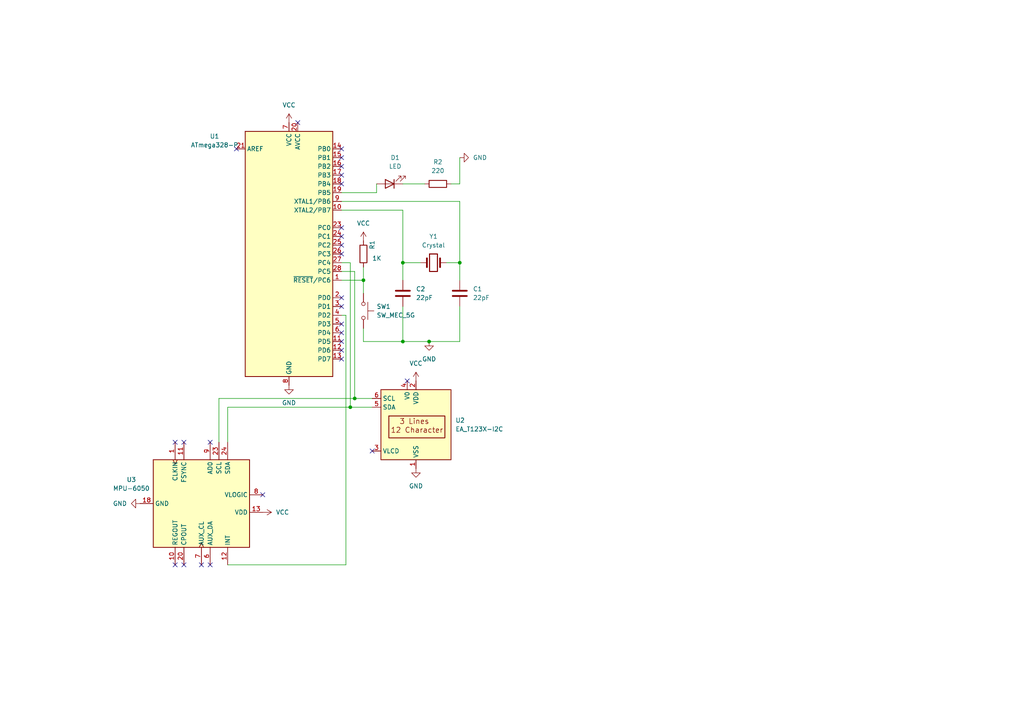
<source format=kicad_sch>
(kicad_sch (version 20230121) (generator eeschema)

  (uuid d301f646-0a2e-46b2-957f-fae121ac8b2e)

  (paper "A4")

  (lib_symbols
    (symbol "Device:C" (pin_numbers hide) (pin_names (offset 0.254)) (in_bom yes) (on_board yes)
      (property "Reference" "C" (at 0.635 2.54 0)
        (effects (font (size 1.27 1.27)) (justify left))
      )
      (property "Value" "C" (at 0.635 -2.54 0)
        (effects (font (size 1.27 1.27)) (justify left))
      )
      (property "Footprint" "" (at 0.9652 -3.81 0)
        (effects (font (size 1.27 1.27)) hide)
      )
      (property "Datasheet" "~" (at 0 0 0)
        (effects (font (size 1.27 1.27)) hide)
      )
      (property "ki_keywords" "cap capacitor" (at 0 0 0)
        (effects (font (size 1.27 1.27)) hide)
      )
      (property "ki_description" "Unpolarized capacitor" (at 0 0 0)
        (effects (font (size 1.27 1.27)) hide)
      )
      (property "ki_fp_filters" "C_*" (at 0 0 0)
        (effects (font (size 1.27 1.27)) hide)
      )
      (symbol "C_0_1"
        (polyline
          (pts
            (xy -2.032 -0.762)
            (xy 2.032 -0.762)
          )
          (stroke (width 0.508) (type default))
          (fill (type none))
        )
        (polyline
          (pts
            (xy -2.032 0.762)
            (xy 2.032 0.762)
          )
          (stroke (width 0.508) (type default))
          (fill (type none))
        )
      )
      (symbol "C_1_1"
        (pin passive line (at 0 3.81 270) (length 2.794)
          (name "~" (effects (font (size 1.27 1.27))))
          (number "1" (effects (font (size 1.27 1.27))))
        )
        (pin passive line (at 0 -3.81 90) (length 2.794)
          (name "~" (effects (font (size 1.27 1.27))))
          (number "2" (effects (font (size 1.27 1.27))))
        )
      )
    )
    (symbol "Device:Crystal" (pin_numbers hide) (pin_names (offset 1.016) hide) (in_bom yes) (on_board yes)
      (property "Reference" "Y" (at 0 3.81 0)
        (effects (font (size 1.27 1.27)))
      )
      (property "Value" "Crystal" (at 0 -3.81 0)
        (effects (font (size 1.27 1.27)))
      )
      (property "Footprint" "" (at 0 0 0)
        (effects (font (size 1.27 1.27)) hide)
      )
      (property "Datasheet" "~" (at 0 0 0)
        (effects (font (size 1.27 1.27)) hide)
      )
      (property "ki_keywords" "quartz ceramic resonator oscillator" (at 0 0 0)
        (effects (font (size 1.27 1.27)) hide)
      )
      (property "ki_description" "Two pin crystal" (at 0 0 0)
        (effects (font (size 1.27 1.27)) hide)
      )
      (property "ki_fp_filters" "Crystal*" (at 0 0 0)
        (effects (font (size 1.27 1.27)) hide)
      )
      (symbol "Crystal_0_1"
        (rectangle (start -1.143 2.54) (end 1.143 -2.54)
          (stroke (width 0.3048) (type default))
          (fill (type none))
        )
        (polyline
          (pts
            (xy -2.54 0)
            (xy -1.905 0)
          )
          (stroke (width 0) (type default))
          (fill (type none))
        )
        (polyline
          (pts
            (xy -1.905 -1.27)
            (xy -1.905 1.27)
          )
          (stroke (width 0.508) (type default))
          (fill (type none))
        )
        (polyline
          (pts
            (xy 1.905 -1.27)
            (xy 1.905 1.27)
          )
          (stroke (width 0.508) (type default))
          (fill (type none))
        )
        (polyline
          (pts
            (xy 2.54 0)
            (xy 1.905 0)
          )
          (stroke (width 0) (type default))
          (fill (type none))
        )
      )
      (symbol "Crystal_1_1"
        (pin passive line (at -3.81 0 0) (length 1.27)
          (name "1" (effects (font (size 1.27 1.27))))
          (number "1" (effects (font (size 1.27 1.27))))
        )
        (pin passive line (at 3.81 0 180) (length 1.27)
          (name "2" (effects (font (size 1.27 1.27))))
          (number "2" (effects (font (size 1.27 1.27))))
        )
      )
    )
    (symbol "Device:LED" (pin_numbers hide) (pin_names (offset 1.016) hide) (in_bom yes) (on_board yes)
      (property "Reference" "D" (at 0 2.54 0)
        (effects (font (size 1.27 1.27)))
      )
      (property "Value" "LED" (at 0 -2.54 0)
        (effects (font (size 1.27 1.27)))
      )
      (property "Footprint" "" (at 0 0 0)
        (effects (font (size 1.27 1.27)) hide)
      )
      (property "Datasheet" "~" (at 0 0 0)
        (effects (font (size 1.27 1.27)) hide)
      )
      (property "ki_keywords" "LED diode" (at 0 0 0)
        (effects (font (size 1.27 1.27)) hide)
      )
      (property "ki_description" "Light emitting diode" (at 0 0 0)
        (effects (font (size 1.27 1.27)) hide)
      )
      (property "ki_fp_filters" "LED* LED_SMD:* LED_THT:*" (at 0 0 0)
        (effects (font (size 1.27 1.27)) hide)
      )
      (symbol "LED_0_1"
        (polyline
          (pts
            (xy -1.27 -1.27)
            (xy -1.27 1.27)
          )
          (stroke (width 0.254) (type default))
          (fill (type none))
        )
        (polyline
          (pts
            (xy -1.27 0)
            (xy 1.27 0)
          )
          (stroke (width 0) (type default))
          (fill (type none))
        )
        (polyline
          (pts
            (xy 1.27 -1.27)
            (xy 1.27 1.27)
            (xy -1.27 0)
            (xy 1.27 -1.27)
          )
          (stroke (width 0.254) (type default))
          (fill (type none))
        )
        (polyline
          (pts
            (xy -3.048 -0.762)
            (xy -4.572 -2.286)
            (xy -3.81 -2.286)
            (xy -4.572 -2.286)
            (xy -4.572 -1.524)
          )
          (stroke (width 0) (type default))
          (fill (type none))
        )
        (polyline
          (pts
            (xy -1.778 -0.762)
            (xy -3.302 -2.286)
            (xy -2.54 -2.286)
            (xy -3.302 -2.286)
            (xy -3.302 -1.524)
          )
          (stroke (width 0) (type default))
          (fill (type none))
        )
      )
      (symbol "LED_1_1"
        (pin passive line (at -3.81 0 0) (length 2.54)
          (name "K" (effects (font (size 1.27 1.27))))
          (number "1" (effects (font (size 1.27 1.27))))
        )
        (pin passive line (at 3.81 0 180) (length 2.54)
          (name "A" (effects (font (size 1.27 1.27))))
          (number "2" (effects (font (size 1.27 1.27))))
        )
      )
    )
    (symbol "Device:R" (pin_numbers hide) (pin_names (offset 0)) (in_bom yes) (on_board yes)
      (property "Reference" "R" (at 2.032 0 90)
        (effects (font (size 1.27 1.27)))
      )
      (property "Value" "R" (at 0 0 90)
        (effects (font (size 1.27 1.27)))
      )
      (property "Footprint" "" (at -1.778 0 90)
        (effects (font (size 1.27 1.27)) hide)
      )
      (property "Datasheet" "~" (at 0 0 0)
        (effects (font (size 1.27 1.27)) hide)
      )
      (property "ki_keywords" "R res resistor" (at 0 0 0)
        (effects (font (size 1.27 1.27)) hide)
      )
      (property "ki_description" "Resistor" (at 0 0 0)
        (effects (font (size 1.27 1.27)) hide)
      )
      (property "ki_fp_filters" "R_*" (at 0 0 0)
        (effects (font (size 1.27 1.27)) hide)
      )
      (symbol "R_0_1"
        (rectangle (start -1.016 -2.54) (end 1.016 2.54)
          (stroke (width 0.254) (type default))
          (fill (type none))
        )
      )
      (symbol "R_1_1"
        (pin passive line (at 0 3.81 270) (length 1.27)
          (name "~" (effects (font (size 1.27 1.27))))
          (number "1" (effects (font (size 1.27 1.27))))
        )
        (pin passive line (at 0 -3.81 90) (length 1.27)
          (name "~" (effects (font (size 1.27 1.27))))
          (number "2" (effects (font (size 1.27 1.27))))
        )
      )
    )
    (symbol "Display_Character:EA_T123X-I2C" (in_bom yes) (on_board yes)
      (property "Reference" "U" (at -8.89 11.43 0)
        (effects (font (size 1.27 1.27)))
      )
      (property "Value" "EA_T123X-I2C" (at 3.556 11.684 0)
        (effects (font (size 1.27 1.27)) (justify left))
      )
      (property "Footprint" "Display:EA_T123X-I2C" (at 0 -15.24 0)
        (effects (font (size 1.27 1.27)) hide)
      )
      (property "Datasheet" "http://www.lcd-module.de/pdf/doma/t123-i2c.pdf" (at 0 -12.7 0)
        (effects (font (size 1.27 1.27)) hide)
      )
      (property "ki_keywords" "display LCD 7-segment" (at 0 0 0)
        (effects (font (size 1.27 1.27)) hide)
      )
      (property "ki_description" "3 Lines, 12 character alpha numeric LCD, transreflective STN and FSTN Gray, I2C, single or dual power" (at 0 0 0)
        (effects (font (size 1.27 1.27)) hide)
      )
      (property "ki_fp_filters" "EA?T123X?I2C*" (at 0 0 0)
        (effects (font (size 1.27 1.27)) hide)
      )
      (symbol "EA_T123X-I2C_0_0"
        (rectangle (start -7.874 2.54) (end 8.382 -3.81)
          (stroke (width 0.254) (type default))
          (fill (type none))
        )
        (text "12 Character" (at -7.366 -1.524 0)
          (effects (font (size 1.524 1.524)) (justify left))
        )
        (text "3 Lines" (at -4.826 1.016 0)
          (effects (font (size 1.524 1.524)) (justify left))
        )
      )
      (symbol "EA_T123X-I2C_0_1"
        (rectangle (start -10.16 10.16) (end 10.16 -10.16)
          (stroke (width 0.254) (type default))
          (fill (type background))
        )
      )
      (symbol "EA_T123X-I2C_1_1"
        (pin power_in line (at 0 -12.7 90) (length 2.54)
          (name "VSS" (effects (font (size 1.27 1.27))))
          (number "1" (effects (font (size 1.27 1.27))))
        )
        (pin power_in line (at 0 12.7 270) (length 2.54)
          (name "VDD" (effects (font (size 1.27 1.27))))
          (number "2" (effects (font (size 1.27 1.27))))
        )
        (pin input line (at -12.7 -7.62 0) (length 2.54)
          (name "VLCD" (effects (font (size 1.27 1.27))))
          (number "3" (effects (font (size 1.27 1.27))))
        )
        (pin power_in line (at -2.54 12.7 270) (length 2.54)
          (name "V0" (effects (font (size 1.27 1.27))))
          (number "4" (effects (font (size 1.27 1.27))))
        )
        (pin bidirectional line (at -12.7 5.08 0) (length 2.54)
          (name "SDA" (effects (font (size 1.27 1.27))))
          (number "5" (effects (font (size 1.27 1.27))))
        )
        (pin input line (at -12.7 7.62 0) (length 2.54)
          (name "SCL" (effects (font (size 1.27 1.27))))
          (number "6" (effects (font (size 1.27 1.27))))
        )
      )
    )
    (symbol "MCU_Microchip_ATmega:ATmega328-P" (in_bom yes) (on_board yes)
      (property "Reference" "U" (at -12.7 36.83 0)
        (effects (font (size 1.27 1.27)) (justify left bottom))
      )
      (property "Value" "ATmega328-P" (at 2.54 -36.83 0)
        (effects (font (size 1.27 1.27)) (justify left top))
      )
      (property "Footprint" "Package_DIP:DIP-28_W7.62mm" (at 0 0 0)
        (effects (font (size 1.27 1.27) italic) hide)
      )
      (property "Datasheet" "http://ww1.microchip.com/downloads/en/DeviceDoc/ATmega328_P%20AVR%20MCU%20with%20picoPower%20Technology%20Data%20Sheet%2040001984A.pdf" (at 0 0 0)
        (effects (font (size 1.27 1.27)) hide)
      )
      (property "ki_keywords" "AVR 8bit Microcontroller MegaAVR" (at 0 0 0)
        (effects (font (size 1.27 1.27)) hide)
      )
      (property "ki_description" "20MHz, 32kB Flash, 2kB SRAM, 1kB EEPROM, DIP-28" (at 0 0 0)
        (effects (font (size 1.27 1.27)) hide)
      )
      (property "ki_fp_filters" "DIP*W7.62mm*" (at 0 0 0)
        (effects (font (size 1.27 1.27)) hide)
      )
      (symbol "ATmega328-P_0_1"
        (rectangle (start -12.7 -35.56) (end 12.7 35.56)
          (stroke (width 0.254) (type default))
          (fill (type background))
        )
      )
      (symbol "ATmega328-P_1_1"
        (pin bidirectional line (at 15.24 -7.62 180) (length 2.54)
          (name "~{RESET}/PC6" (effects (font (size 1.27 1.27))))
          (number "1" (effects (font (size 1.27 1.27))))
        )
        (pin bidirectional line (at 15.24 12.7 180) (length 2.54)
          (name "XTAL2/PB7" (effects (font (size 1.27 1.27))))
          (number "10" (effects (font (size 1.27 1.27))))
        )
        (pin bidirectional line (at 15.24 -25.4 180) (length 2.54)
          (name "PD5" (effects (font (size 1.27 1.27))))
          (number "11" (effects (font (size 1.27 1.27))))
        )
        (pin bidirectional line (at 15.24 -27.94 180) (length 2.54)
          (name "PD6" (effects (font (size 1.27 1.27))))
          (number "12" (effects (font (size 1.27 1.27))))
        )
        (pin bidirectional line (at 15.24 -30.48 180) (length 2.54)
          (name "PD7" (effects (font (size 1.27 1.27))))
          (number "13" (effects (font (size 1.27 1.27))))
        )
        (pin bidirectional line (at 15.24 30.48 180) (length 2.54)
          (name "PB0" (effects (font (size 1.27 1.27))))
          (number "14" (effects (font (size 1.27 1.27))))
        )
        (pin bidirectional line (at 15.24 27.94 180) (length 2.54)
          (name "PB1" (effects (font (size 1.27 1.27))))
          (number "15" (effects (font (size 1.27 1.27))))
        )
        (pin bidirectional line (at 15.24 25.4 180) (length 2.54)
          (name "PB2" (effects (font (size 1.27 1.27))))
          (number "16" (effects (font (size 1.27 1.27))))
        )
        (pin bidirectional line (at 15.24 22.86 180) (length 2.54)
          (name "PB3" (effects (font (size 1.27 1.27))))
          (number "17" (effects (font (size 1.27 1.27))))
        )
        (pin bidirectional line (at 15.24 20.32 180) (length 2.54)
          (name "PB4" (effects (font (size 1.27 1.27))))
          (number "18" (effects (font (size 1.27 1.27))))
        )
        (pin bidirectional line (at 15.24 17.78 180) (length 2.54)
          (name "PB5" (effects (font (size 1.27 1.27))))
          (number "19" (effects (font (size 1.27 1.27))))
        )
        (pin bidirectional line (at 15.24 -12.7 180) (length 2.54)
          (name "PD0" (effects (font (size 1.27 1.27))))
          (number "2" (effects (font (size 1.27 1.27))))
        )
        (pin power_in line (at 2.54 38.1 270) (length 2.54)
          (name "AVCC" (effects (font (size 1.27 1.27))))
          (number "20" (effects (font (size 1.27 1.27))))
        )
        (pin passive line (at -15.24 30.48 0) (length 2.54)
          (name "AREF" (effects (font (size 1.27 1.27))))
          (number "21" (effects (font (size 1.27 1.27))))
        )
        (pin passive line (at 0 -38.1 90) (length 2.54) hide
          (name "GND" (effects (font (size 1.27 1.27))))
          (number "22" (effects (font (size 1.27 1.27))))
        )
        (pin bidirectional line (at 15.24 7.62 180) (length 2.54)
          (name "PC0" (effects (font (size 1.27 1.27))))
          (number "23" (effects (font (size 1.27 1.27))))
        )
        (pin bidirectional line (at 15.24 5.08 180) (length 2.54)
          (name "PC1" (effects (font (size 1.27 1.27))))
          (number "24" (effects (font (size 1.27 1.27))))
        )
        (pin bidirectional line (at 15.24 2.54 180) (length 2.54)
          (name "PC2" (effects (font (size 1.27 1.27))))
          (number "25" (effects (font (size 1.27 1.27))))
        )
        (pin bidirectional line (at 15.24 0 180) (length 2.54)
          (name "PC3" (effects (font (size 1.27 1.27))))
          (number "26" (effects (font (size 1.27 1.27))))
        )
        (pin bidirectional line (at 15.24 -2.54 180) (length 2.54)
          (name "PC4" (effects (font (size 1.27 1.27))))
          (number "27" (effects (font (size 1.27 1.27))))
        )
        (pin bidirectional line (at 15.24 -5.08 180) (length 2.54)
          (name "PC5" (effects (font (size 1.27 1.27))))
          (number "28" (effects (font (size 1.27 1.27))))
        )
        (pin bidirectional line (at 15.24 -15.24 180) (length 2.54)
          (name "PD1" (effects (font (size 1.27 1.27))))
          (number "3" (effects (font (size 1.27 1.27))))
        )
        (pin bidirectional line (at 15.24 -17.78 180) (length 2.54)
          (name "PD2" (effects (font (size 1.27 1.27))))
          (number "4" (effects (font (size 1.27 1.27))))
        )
        (pin bidirectional line (at 15.24 -20.32 180) (length 2.54)
          (name "PD3" (effects (font (size 1.27 1.27))))
          (number "5" (effects (font (size 1.27 1.27))))
        )
        (pin bidirectional line (at 15.24 -22.86 180) (length 2.54)
          (name "PD4" (effects (font (size 1.27 1.27))))
          (number "6" (effects (font (size 1.27 1.27))))
        )
        (pin power_in line (at 0 38.1 270) (length 2.54)
          (name "VCC" (effects (font (size 1.27 1.27))))
          (number "7" (effects (font (size 1.27 1.27))))
        )
        (pin power_in line (at 0 -38.1 90) (length 2.54)
          (name "GND" (effects (font (size 1.27 1.27))))
          (number "8" (effects (font (size 1.27 1.27))))
        )
        (pin bidirectional line (at 15.24 15.24 180) (length 2.54)
          (name "XTAL1/PB6" (effects (font (size 1.27 1.27))))
          (number "9" (effects (font (size 1.27 1.27))))
        )
      )
    )
    (symbol "Sensor_Motion:MPU-6050" (in_bom yes) (on_board yes)
      (property "Reference" "U" (at -11.43 13.97 0)
        (effects (font (size 1.27 1.27)))
      )
      (property "Value" "MPU-6050" (at 7.62 -15.24 0)
        (effects (font (size 1.27 1.27)))
      )
      (property "Footprint" "Sensor_Motion:InvenSense_QFN-24_4x4mm_P0.5mm" (at 0 -20.32 0)
        (effects (font (size 1.27 1.27)) hide)
      )
      (property "Datasheet" "https://invensense.tdk.com/wp-content/uploads/2015/02/MPU-6000-Datasheet1.pdf" (at 0 -3.81 0)
        (effects (font (size 1.27 1.27)) hide)
      )
      (property "ki_keywords" "mems" (at 0 0 0)
        (effects (font (size 1.27 1.27)) hide)
      )
      (property "ki_description" "InvenSense 6-Axis Motion Sensor, Gyroscope, Accelerometer, I2C" (at 0 0 0)
        (effects (font (size 1.27 1.27)) hide)
      )
      (property "ki_fp_filters" "*QFN*4x4mm*P0.5mm*" (at 0 0 0)
        (effects (font (size 1.27 1.27)) hide)
      )
      (symbol "MPU-6050_0_0"
        (text "" (at 12.7 -2.54 0)
          (effects (font (size 1.27 1.27)))
        )
      )
      (symbol "MPU-6050_0_1"
        (rectangle (start -12.7 13.97) (end 12.7 -13.97)
          (stroke (width 0.254) (type default))
          (fill (type background))
        )
      )
      (symbol "MPU-6050_1_1"
        (pin input clock (at -17.78 -7.62 0) (length 5.08)
          (name "CLKIN" (effects (font (size 1.27 1.27))))
          (number "1" (effects (font (size 1.27 1.27))))
        )
        (pin passive line (at 17.78 -7.62 180) (length 5.08)
          (name "REGOUT" (effects (font (size 1.27 1.27))))
          (number "10" (effects (font (size 1.27 1.27))))
        )
        (pin input line (at -17.78 -5.08 0) (length 5.08)
          (name "FSYNC" (effects (font (size 1.27 1.27))))
          (number "11" (effects (font (size 1.27 1.27))))
        )
        (pin output line (at 17.78 7.62 180) (length 5.08)
          (name "INT" (effects (font (size 1.27 1.27))))
          (number "12" (effects (font (size 1.27 1.27))))
        )
        (pin power_in line (at 2.54 17.78 270) (length 3.81)
          (name "VDD" (effects (font (size 1.27 1.27))))
          (number "13" (effects (font (size 1.27 1.27))))
        )
        (pin no_connect line (at -12.7 -10.16 0) (length 2.54) hide
          (name "NC" (effects (font (size 1.27 1.27))))
          (number "14" (effects (font (size 1.27 1.27))))
        )
        (pin no_connect line (at 12.7 12.7 180) (length 2.54) hide
          (name "NC" (effects (font (size 1.27 1.27))))
          (number "15" (effects (font (size 1.27 1.27))))
        )
        (pin no_connect line (at 12.7 10.16 180) (length 2.54) hide
          (name "NC" (effects (font (size 1.27 1.27))))
          (number "16" (effects (font (size 1.27 1.27))))
        )
        (pin no_connect line (at 12.7 5.08 180) (length 2.54) hide
          (name "NC" (effects (font (size 1.27 1.27))))
          (number "17" (effects (font (size 1.27 1.27))))
        )
        (pin power_in line (at 0 -17.78 90) (length 3.81)
          (name "GND" (effects (font (size 1.27 1.27))))
          (number "18" (effects (font (size 1.27 1.27))))
        )
        (pin no_connect line (at 12.7 -10.16 180) (length 2.54) hide
          (name "RESV" (effects (font (size 1.27 1.27))))
          (number "19" (effects (font (size 1.27 1.27))))
        )
        (pin no_connect line (at -12.7 12.7 0) (length 2.54) hide
          (name "NC" (effects (font (size 1.27 1.27))))
          (number "2" (effects (font (size 1.27 1.27))))
        )
        (pin passive line (at 17.78 -5.08 180) (length 5.08)
          (name "CPOUT" (effects (font (size 1.27 1.27))))
          (number "20" (effects (font (size 1.27 1.27))))
        )
        (pin no_connect line (at 12.7 -2.54 180) (length 2.54) hide
          (name "RESV" (effects (font (size 1.27 1.27))))
          (number "21" (effects (font (size 1.27 1.27))))
        )
        (pin no_connect line (at 12.7 -12.7 180) (length 2.54) hide
          (name "RESV" (effects (font (size 1.27 1.27))))
          (number "22" (effects (font (size 1.27 1.27))))
        )
        (pin input line (at -17.78 5.08 0) (length 5.08)
          (name "SCL" (effects (font (size 1.27 1.27))))
          (number "23" (effects (font (size 1.27 1.27))))
        )
        (pin bidirectional line (at -17.78 7.62 0) (length 5.08)
          (name "SDA" (effects (font (size 1.27 1.27))))
          (number "24" (effects (font (size 1.27 1.27))))
        )
        (pin no_connect line (at -12.7 10.16 0) (length 2.54) hide
          (name "NC" (effects (font (size 1.27 1.27))))
          (number "3" (effects (font (size 1.27 1.27))))
        )
        (pin no_connect line (at -12.7 0 0) (length 2.54) hide
          (name "NC" (effects (font (size 1.27 1.27))))
          (number "4" (effects (font (size 1.27 1.27))))
        )
        (pin no_connect line (at -12.7 -2.54 0) (length 2.54) hide
          (name "NC" (effects (font (size 1.27 1.27))))
          (number "5" (effects (font (size 1.27 1.27))))
        )
        (pin bidirectional line (at 17.78 2.54 180) (length 5.08)
          (name "AUX_DA" (effects (font (size 1.27 1.27))))
          (number "6" (effects (font (size 1.27 1.27))))
        )
        (pin output clock (at 17.78 0 180) (length 5.08)
          (name "AUX_CL" (effects (font (size 1.27 1.27))))
          (number "7" (effects (font (size 1.27 1.27))))
        )
        (pin power_in line (at -2.54 17.78 270) (length 3.81)
          (name "VLOGIC" (effects (font (size 1.27 1.27))))
          (number "8" (effects (font (size 1.27 1.27))))
        )
        (pin input line (at -17.78 2.54 0) (length 5.08)
          (name "AD0" (effects (font (size 1.27 1.27))))
          (number "9" (effects (font (size 1.27 1.27))))
        )
      )
    )
    (symbol "Switch:SW_MEC_5G" (pin_numbers hide) (pin_names (offset 1.016) hide) (in_bom yes) (on_board yes)
      (property "Reference" "SW" (at 1.27 2.54 0)
        (effects (font (size 1.27 1.27)) (justify left))
      )
      (property "Value" "SW_MEC_5G" (at 0 -1.524 0)
        (effects (font (size 1.27 1.27)))
      )
      (property "Footprint" "" (at 0 5.08 0)
        (effects (font (size 1.27 1.27)) hide)
      )
      (property "Datasheet" "http://www.apem.com/int/index.php?controller=attachment&id_attachment=488" (at 0 5.08 0)
        (effects (font (size 1.27 1.27)) hide)
      )
      (property "ki_keywords" "switch normally-open pushbutton push-button" (at 0 0 0)
        (effects (font (size 1.27 1.27)) hide)
      )
      (property "ki_description" "MEC 5G single pole normally-open tactile switch" (at 0 0 0)
        (effects (font (size 1.27 1.27)) hide)
      )
      (property "ki_fp_filters" "SW*MEC*5G*" (at 0 0 0)
        (effects (font (size 1.27 1.27)) hide)
      )
      (symbol "SW_MEC_5G_0_1"
        (circle (center -2.032 0) (radius 0.508)
          (stroke (width 0) (type default))
          (fill (type none))
        )
        (polyline
          (pts
            (xy 0 1.27)
            (xy 0 3.048)
          )
          (stroke (width 0) (type default))
          (fill (type none))
        )
        (polyline
          (pts
            (xy 2.54 1.27)
            (xy -2.54 1.27)
          )
          (stroke (width 0) (type default))
          (fill (type none))
        )
        (circle (center 2.032 0) (radius 0.508)
          (stroke (width 0) (type default))
          (fill (type none))
        )
        (pin passive line (at -5.08 0 0) (length 2.54)
          (name "A" (effects (font (size 1.27 1.27))))
          (number "1" (effects (font (size 1.27 1.27))))
        )
        (pin passive line (at 5.08 0 180) (length 2.54)
          (name "B" (effects (font (size 1.27 1.27))))
          (number "3" (effects (font (size 1.27 1.27))))
        )
      )
      (symbol "SW_MEC_5G_1_1"
        (pin passive line (at -5.08 0 0) (length 2.54) hide
          (name "A" (effects (font (size 1.27 1.27))))
          (number "2" (effects (font (size 1.27 1.27))))
        )
        (pin passive line (at 5.08 0 180) (length 2.54) hide
          (name "B" (effects (font (size 1.27 1.27))))
          (number "4" (effects (font (size 1.27 1.27))))
        )
      )
    )
    (symbol "power:GND" (power) (pin_names (offset 0)) (in_bom yes) (on_board yes)
      (property "Reference" "#PWR" (at 0 -6.35 0)
        (effects (font (size 1.27 1.27)) hide)
      )
      (property "Value" "GND" (at 0 -3.81 0)
        (effects (font (size 1.27 1.27)))
      )
      (property "Footprint" "" (at 0 0 0)
        (effects (font (size 1.27 1.27)) hide)
      )
      (property "Datasheet" "" (at 0 0 0)
        (effects (font (size 1.27 1.27)) hide)
      )
      (property "ki_keywords" "global power" (at 0 0 0)
        (effects (font (size 1.27 1.27)) hide)
      )
      (property "ki_description" "Power symbol creates a global label with name \"GND\" , ground" (at 0 0 0)
        (effects (font (size 1.27 1.27)) hide)
      )
      (symbol "GND_0_1"
        (polyline
          (pts
            (xy 0 0)
            (xy 0 -1.27)
            (xy 1.27 -1.27)
            (xy 0 -2.54)
            (xy -1.27 -1.27)
            (xy 0 -1.27)
          )
          (stroke (width 0) (type default))
          (fill (type none))
        )
      )
      (symbol "GND_1_1"
        (pin power_in line (at 0 0 270) (length 0) hide
          (name "GND" (effects (font (size 1.27 1.27))))
          (number "1" (effects (font (size 1.27 1.27))))
        )
      )
    )
    (symbol "power:VCC" (power) (pin_names (offset 0)) (in_bom yes) (on_board yes)
      (property "Reference" "#PWR" (at 0 -3.81 0)
        (effects (font (size 1.27 1.27)) hide)
      )
      (property "Value" "VCC" (at 0 3.81 0)
        (effects (font (size 1.27 1.27)))
      )
      (property "Footprint" "" (at 0 0 0)
        (effects (font (size 1.27 1.27)) hide)
      )
      (property "Datasheet" "" (at 0 0 0)
        (effects (font (size 1.27 1.27)) hide)
      )
      (property "ki_keywords" "global power" (at 0 0 0)
        (effects (font (size 1.27 1.27)) hide)
      )
      (property "ki_description" "Power symbol creates a global label with name \"VCC\"" (at 0 0 0)
        (effects (font (size 1.27 1.27)) hide)
      )
      (symbol "VCC_0_1"
        (polyline
          (pts
            (xy -0.762 1.27)
            (xy 0 2.54)
          )
          (stroke (width 0) (type default))
          (fill (type none))
        )
        (polyline
          (pts
            (xy 0 0)
            (xy 0 2.54)
          )
          (stroke (width 0) (type default))
          (fill (type none))
        )
        (polyline
          (pts
            (xy 0 2.54)
            (xy 0.762 1.27)
          )
          (stroke (width 0) (type default))
          (fill (type none))
        )
      )
      (symbol "VCC_1_1"
        (pin power_in line (at 0 0 90) (length 0) hide
          (name "VCC" (effects (font (size 1.27 1.27))))
          (number "1" (effects (font (size 1.27 1.27))))
        )
      )
    )
  )

  (junction (at 133.35 76.2) (diameter 0) (color 0 0 0 0)
    (uuid 15c5a7c6-9e47-4cae-919d-efbfed7618a4)
  )
  (junction (at 116.84 76.2) (diameter 0) (color 0 0 0 0)
    (uuid 3b694847-ca1f-472a-b144-d36ff3d506ed)
  )
  (junction (at 116.84 99.06) (diameter 0) (color 0 0 0 0)
    (uuid 8f9b32c2-a7a4-4e80-8f82-f913f6e66353)
  )
  (junction (at 101.6 118.11) (diameter 0) (color 0 0 0 0)
    (uuid cd195a02-4f8f-4f2c-a515-e33440a1a983)
  )
  (junction (at 102.87 115.57) (diameter 0) (color 0 0 0 0)
    (uuid d5b1a20b-688a-4c38-80da-a6d0243cf95a)
  )
  (junction (at 124.46 99.06) (diameter 0) (color 0 0 0 0)
    (uuid f60121b2-0b2a-4c57-8a80-9ddf6c1a544d)
  )
  (junction (at 105.41 81.28) (diameter 0) (color 0 0 0 0)
    (uuid fdc38ddb-9343-46e7-a366-64d548e636b0)
  )

  (no_connect (at 99.06 73.66) (uuid 0f06ee79-8b76-45ab-b431-3bf5c209ce6e))
  (no_connect (at 118.11 110.49) (uuid 1ba12a85-7264-41de-899f-f1aaa36d7111))
  (no_connect (at 58.42 163.83) (uuid 240abb6e-3141-426e-b603-12a38f606658))
  (no_connect (at 99.06 45.72) (uuid 3bc9c3ef-33f1-4fa4-a9f5-a2279e3de31f))
  (no_connect (at 68.58 43.18) (uuid 485c372c-c0de-4ae5-ae7d-4209c3a03067))
  (no_connect (at 99.06 99.06) (uuid 4a0e0cf9-2dc1-4848-bde2-5aec1cf4e234))
  (no_connect (at 53.34 163.83) (uuid 4c5bec63-38a6-4b4f-8b76-41e3c3ef4a61))
  (no_connect (at 60.96 163.83) (uuid 544f1042-3471-4909-9b4e-3d0ac2fb7a7e))
  (no_connect (at 99.06 88.9) (uuid 5c8f25b6-e704-46e6-965e-40798f672d56))
  (no_connect (at 99.06 66.04) (uuid 5d00ff68-908b-483f-933e-24f0d99fa734))
  (no_connect (at 99.06 53.34) (uuid 612515dc-95f7-46e2-9fc0-e6d3765b43c4))
  (no_connect (at 99.06 71.12) (uuid 73d39289-94a3-42f2-97a8-1b60052a46b0))
  (no_connect (at 99.06 48.26) (uuid 74f20801-e6e4-4706-ad21-7a46c2a57110))
  (no_connect (at 99.06 50.8) (uuid 75c77e0a-4508-4fb7-826e-2032b7132ca8))
  (no_connect (at 107.95 130.81) (uuid 8005cb83-466e-4295-82d3-f1713a17d3b4))
  (no_connect (at 99.06 93.98) (uuid 8ca2f573-402f-4929-81a4-79aae122ff07))
  (no_connect (at 99.06 86.36) (uuid 97f32ebb-1bf9-4717-9f74-261ab81a5391))
  (no_connect (at 99.06 96.52) (uuid a2ea0fe7-f080-4c47-8565-7e22dc3e2a5a))
  (no_connect (at 99.06 101.6) (uuid a5ca7f21-7ca0-43b6-b68b-4cc75a169456))
  (no_connect (at 60.96 128.27) (uuid b23a5835-64a5-4930-a61a-84cb97c2e36a))
  (no_connect (at 50.8 163.83) (uuid b4c38727-2660-4a42-bc93-5fe1cca10e12))
  (no_connect (at 53.34 128.27) (uuid c76c957d-184d-48e9-97aa-1cb2bfd211f6))
  (no_connect (at 76.2 143.51) (uuid d7664a6d-e66e-410e-b1ec-7ff5f14a9ddb))
  (no_connect (at 86.36 35.56) (uuid db56afe4-55f2-4bc5-b469-478f3325278d))
  (no_connect (at 50.8 128.27) (uuid e341053d-cf68-47aa-abf4-a24a9212bbf2))
  (no_connect (at 99.06 43.18) (uuid e60a53d2-8a33-47cc-bff8-8c1449b7dfe2))
  (no_connect (at 99.06 68.58) (uuid ed4a85d8-cad5-4e29-a8d2-d7876c6a29f4))
  (no_connect (at 99.06 104.14) (uuid ffafb340-29ed-439c-b98d-5a69c4d79b57))

  (wire (pts (xy 116.84 76.2) (xy 121.92 76.2))
    (stroke (width 0) (type default))
    (uuid 037b9d8a-66cc-4c9f-ba78-2f47d56715ee)
  )
  (wire (pts (xy 105.41 81.28) (xy 105.41 85.09))
    (stroke (width 0) (type default))
    (uuid 0958c8de-be0e-48d4-a244-a7eed0cdbe3e)
  )
  (wire (pts (xy 105.41 99.06) (xy 116.84 99.06))
    (stroke (width 0) (type default))
    (uuid 0b8709de-765b-4068-9cc2-9c0be94cc03d)
  )
  (wire (pts (xy 99.06 55.88) (xy 109.22 55.88))
    (stroke (width 0) (type default))
    (uuid 133783ae-7247-43dd-9bc3-497ed047e955)
  )
  (wire (pts (xy 116.84 60.96) (xy 116.84 76.2))
    (stroke (width 0) (type default))
    (uuid 1cce099d-3385-49c5-a7fc-f1887caf34ce)
  )
  (wire (pts (xy 66.04 128.27) (xy 66.04 118.11))
    (stroke (width 0) (type default))
    (uuid 1d73fe09-2d3e-4064-84d7-b1c711e03f0c)
  )
  (wire (pts (xy 109.22 55.88) (xy 109.22 53.34))
    (stroke (width 0) (type default))
    (uuid 2631506f-2ae9-4604-8e3b-4c9330b80ff4)
  )
  (wire (pts (xy 102.87 115.57) (xy 107.95 115.57))
    (stroke (width 0) (type default))
    (uuid 322386de-4206-4613-8cf2-c78820451e0a)
  )
  (wire (pts (xy 116.84 88.9) (xy 116.84 99.06))
    (stroke (width 0) (type default))
    (uuid 351fbe10-961e-48ec-b7f7-7af9461b7656)
  )
  (wire (pts (xy 124.46 99.06) (xy 133.35 99.06))
    (stroke (width 0) (type default))
    (uuid 38979d08-4c75-4a7e-af41-095713aadb2f)
  )
  (wire (pts (xy 66.04 163.83) (xy 100.33 163.83))
    (stroke (width 0) (type default))
    (uuid 40543d74-75bc-4f9b-a1ad-6e4c0d04554c)
  )
  (wire (pts (xy 63.5 115.57) (xy 102.87 115.57))
    (stroke (width 0) (type default))
    (uuid 448ad0ab-c9ab-4fa6-a59a-955c0512f70b)
  )
  (wire (pts (xy 102.87 78.74) (xy 102.87 115.57))
    (stroke (width 0) (type default))
    (uuid 482e1b6b-f396-49ce-a73b-301e265e6a9b)
  )
  (wire (pts (xy 101.6 76.2) (xy 101.6 118.11))
    (stroke (width 0) (type default))
    (uuid 4a7f69e9-0c02-420a-a6fb-ff3388805c11)
  )
  (wire (pts (xy 133.35 76.2) (xy 129.54 76.2))
    (stroke (width 0) (type default))
    (uuid 5208c0b6-48c7-4b00-bde2-2ce93a8d33f2)
  )
  (wire (pts (xy 105.41 77.47) (xy 105.41 81.28))
    (stroke (width 0) (type default))
    (uuid 5cb6e4a7-25a3-4ec6-92a0-7d31b90b28d1)
  )
  (wire (pts (xy 100.33 91.44) (xy 99.06 91.44))
    (stroke (width 0) (type default))
    (uuid 6010f07a-f257-4da5-b6ee-9819116555e4)
  )
  (wire (pts (xy 116.84 99.06) (xy 124.46 99.06))
    (stroke (width 0) (type default))
    (uuid 6463c45c-0dee-436c-8b32-40541ab55a65)
  )
  (wire (pts (xy 133.35 99.06) (xy 133.35 88.9))
    (stroke (width 0) (type default))
    (uuid 65dfe2b4-f91e-4c97-8f15-cff9feb6ea9e)
  )
  (wire (pts (xy 99.06 81.28) (xy 105.41 81.28))
    (stroke (width 0) (type default))
    (uuid 7437dfe8-748d-4a5a-8a5a-2a297df3a3b6)
  )
  (wire (pts (xy 100.33 163.83) (xy 100.33 91.44))
    (stroke (width 0) (type default))
    (uuid 74e3bf04-4736-425e-a5c2-5c5f1fc993a1)
  )
  (wire (pts (xy 99.06 58.42) (xy 133.35 58.42))
    (stroke (width 0) (type default))
    (uuid 8b4ebcf8-8d5a-4e48-9e48-2225c771e9ec)
  )
  (wire (pts (xy 116.84 81.28) (xy 116.84 76.2))
    (stroke (width 0) (type default))
    (uuid 8bf4c5c0-9a99-4397-8c51-5219f582c44a)
  )
  (wire (pts (xy 133.35 45.72) (xy 133.35 53.34))
    (stroke (width 0) (type default))
    (uuid 8efbbdd4-1eaf-4d1c-beaf-a4bae6350061)
  )
  (wire (pts (xy 63.5 128.27) (xy 63.5 115.57))
    (stroke (width 0) (type default))
    (uuid 97203a44-9598-45f1-a2cf-ec2636b60ad7)
  )
  (wire (pts (xy 105.41 95.25) (xy 105.41 99.06))
    (stroke (width 0) (type default))
    (uuid abea27ef-faa4-4c3a-8894-f38280e49543)
  )
  (wire (pts (xy 99.06 76.2) (xy 101.6 76.2))
    (stroke (width 0) (type default))
    (uuid b372ffac-6079-49ec-91f0-56f184780129)
  )
  (wire (pts (xy 133.35 58.42) (xy 133.35 76.2))
    (stroke (width 0) (type default))
    (uuid be3dd9d2-4b04-4fc9-a2ab-9e8913f9ae3f)
  )
  (wire (pts (xy 133.35 53.34) (xy 130.81 53.34))
    (stroke (width 0) (type default))
    (uuid bfac1e51-ea1f-4bca-85be-887ee4465b24)
  )
  (wire (pts (xy 116.84 53.34) (xy 123.19 53.34))
    (stroke (width 0) (type default))
    (uuid c693d868-efb5-4cac-98dc-0527cd22ed14)
  )
  (wire (pts (xy 101.6 118.11) (xy 107.95 118.11))
    (stroke (width 0) (type default))
    (uuid ca3869a2-8ef8-4c87-8c3b-acca038f5f8d)
  )
  (wire (pts (xy 99.06 60.96) (xy 116.84 60.96))
    (stroke (width 0) (type default))
    (uuid cca36d10-9d69-4593-a7f9-89314f56a991)
  )
  (wire (pts (xy 99.06 78.74) (xy 102.87 78.74))
    (stroke (width 0) (type default))
    (uuid da953312-b303-4063-bbe8-61fded6422c6)
  )
  (wire (pts (xy 133.35 81.28) (xy 133.35 76.2))
    (stroke (width 0) (type default))
    (uuid e63958ec-8550-42ea-9bba-70dfd7c5c614)
  )
  (wire (pts (xy 66.04 118.11) (xy 101.6 118.11))
    (stroke (width 0) (type default))
    (uuid f84d7432-01d6-4cb3-99c3-ac00de301d56)
  )

  (symbol (lib_id "power:VCC") (at 105.41 69.85 0) (unit 1)
    (in_bom yes) (on_board yes) (dnp no) (fields_autoplaced)
    (uuid 02f229ba-3812-4d2d-9ff1-3742f6f8a759)
    (property "Reference" "#PWR04" (at 105.41 73.66 0)
      (effects (font (size 1.27 1.27)) hide)
    )
    (property "Value" "VCC" (at 105.41 64.77 0)
      (effects (font (size 1.27 1.27)))
    )
    (property "Footprint" "" (at 105.41 69.85 0)
      (effects (font (size 1.27 1.27)) hide)
    )
    (property "Datasheet" "" (at 105.41 69.85 0)
      (effects (font (size 1.27 1.27)) hide)
    )
    (pin "1" (uuid 259ec9b8-0420-4633-a02c-a36af6943965))
    (instances
      (project "ARDUINO"
        (path "/d301f646-0a2e-46b2-957f-fae121ac8b2e"
          (reference "#PWR04") (unit 1)
        )
      )
    )
  )

  (symbol (lib_id "power:GND") (at 124.46 99.06 0) (unit 1)
    (in_bom yes) (on_board yes) (dnp no) (fields_autoplaced)
    (uuid 06240ba9-6431-4a47-a525-d17656ef131d)
    (property "Reference" "#PWR01" (at 124.46 105.41 0)
      (effects (font (size 1.27 1.27)) hide)
    )
    (property "Value" "GND" (at 124.46 104.14 0)
      (effects (font (size 1.27 1.27)))
    )
    (property "Footprint" "" (at 124.46 99.06 0)
      (effects (font (size 1.27 1.27)) hide)
    )
    (property "Datasheet" "" (at 124.46 99.06 0)
      (effects (font (size 1.27 1.27)) hide)
    )
    (pin "1" (uuid 1a538d11-b22d-49cd-ae49-750805aa601f))
    (instances
      (project "ARDUINO"
        (path "/d301f646-0a2e-46b2-957f-fae121ac8b2e"
          (reference "#PWR01") (unit 1)
        )
      )
    )
  )

  (symbol (lib_id "MCU_Microchip_ATmega:ATmega328-P") (at 83.82 73.66 0) (unit 1)
    (in_bom yes) (on_board yes) (dnp no) (fields_autoplaced)
    (uuid 120c386d-03f2-4b25-9bf6-d573d37051db)
    (property "Reference" "U1" (at 62.23 39.5321 0)
      (effects (font (size 1.27 1.27)))
    )
    (property "Value" "ATmega328-P" (at 62.23 42.0721 0)
      (effects (font (size 1.27 1.27)))
    )
    (property "Footprint" "Package_DIP:DIP-28_W7.62mm" (at 83.82 73.66 0)
      (effects (font (size 1.27 1.27) italic) hide)
    )
    (property "Datasheet" "http://ww1.microchip.com/downloads/en/DeviceDoc/ATmega328_P%20AVR%20MCU%20with%20picoPower%20Technology%20Data%20Sheet%2040001984A.pdf" (at 83.82 73.66 0)
      (effects (font (size 1.27 1.27)) hide)
    )
    (pin "10" (uuid 95e1f23d-df48-4cfc-9dd0-0d57b7c839d6))
    (pin "3" (uuid fc94bb94-f3fc-49b4-8ed9-db128d099478))
    (pin "18" (uuid 6f1b0bf1-491d-43d3-adb9-e2ddf16911aa))
    (pin "6" (uuid 8ba66aa5-1f10-4c33-8ca5-d7692c550043))
    (pin "13" (uuid 3e0e1688-d91f-4543-87e3-c1e1da29fc3c))
    (pin "16" (uuid 46406a5a-b022-499a-a085-b3eb8bc9a450))
    (pin "1" (uuid 9857dad8-82fd-4679-9057-8e7bad8b5aa4))
    (pin "21" (uuid 929b6d70-9514-4daa-92ba-53a25acb22b9))
    (pin "26" (uuid 3cec129a-0150-4c9d-9c7b-7bf297a4cffd))
    (pin "8" (uuid cb26f729-373f-453c-9533-202c10aa6e22))
    (pin "24" (uuid 504db5c4-505e-457e-95cf-3357d360446e))
    (pin "17" (uuid 738db8ec-8517-48b7-80d9-7f5059f04788))
    (pin "11" (uuid bc7b0553-7de0-49f8-8a0b-6a8ea20fd662))
    (pin "5" (uuid 7ad41f38-03a5-4062-8d54-ff2b62a07b80))
    (pin "27" (uuid 94cbb358-29ae-43bb-b67a-160b08c56dd2))
    (pin "2" (uuid 823b534f-872a-4147-8d21-0bcf4bff7414))
    (pin "7" (uuid f37dc9cf-b71e-43f0-87f3-a5f54b7ed564))
    (pin "19" (uuid 2410af57-0b1c-4537-ae3a-869acf42ca37))
    (pin "25" (uuid ab9513dc-72af-4b4c-b984-ce17c5091c00))
    (pin "28" (uuid 4c9bc8e2-6d38-41a3-81a9-bc96c0f93b07))
    (pin "4" (uuid 34380d22-6a9f-4e1f-b88a-6e8ebd55e891))
    (pin "12" (uuid e06019e0-e7af-4539-bee3-2f2a9efae0e6))
    (pin "14" (uuid 8313ad15-fcc4-4e41-8be9-eec6d7c9baaf))
    (pin "22" (uuid 32d4a45a-7ae2-4a67-9c47-295db7077322))
    (pin "9" (uuid 89c9e04c-8322-4a3b-ba01-25eba04c574c))
    (pin "15" (uuid 224a259e-26af-448a-bd1d-e2807ee25789))
    (pin "20" (uuid d6613c12-c673-4cdd-97b6-efc5782f9a33))
    (pin "23" (uuid 9d52d4db-a119-4a85-9c79-58f4caac6157))
    (instances
      (project "ARDUINO"
        (path "/d301f646-0a2e-46b2-957f-fae121ac8b2e"
          (reference "U1") (unit 1)
        )
      )
    )
  )

  (symbol (lib_id "power:VCC") (at 83.82 35.56 0) (unit 1)
    (in_bom yes) (on_board yes) (dnp no) (fields_autoplaced)
    (uuid 1d79ec01-ba49-4a4c-9dc8-bd819ef13e2f)
    (property "Reference" "#PWR03" (at 83.82 39.37 0)
      (effects (font (size 1.27 1.27)) hide)
    )
    (property "Value" "VCC" (at 83.82 30.48 0)
      (effects (font (size 1.27 1.27)))
    )
    (property "Footprint" "" (at 83.82 35.56 0)
      (effects (font (size 1.27 1.27)) hide)
    )
    (property "Datasheet" "" (at 83.82 35.56 0)
      (effects (font (size 1.27 1.27)) hide)
    )
    (pin "1" (uuid feec35ab-496e-4acc-a016-21d0db2aab5f))
    (instances
      (project "ARDUINO"
        (path "/d301f646-0a2e-46b2-957f-fae121ac8b2e"
          (reference "#PWR03") (unit 1)
        )
      )
    )
  )

  (symbol (lib_id "Display_Character:EA_T123X-I2C") (at 120.65 123.19 0) (unit 1)
    (in_bom yes) (on_board yes) (dnp no) (fields_autoplaced)
    (uuid 1e938817-0139-4bb1-8ee4-f0b51210aee0)
    (property "Reference" "U2" (at 132.08 121.92 0)
      (effects (font (size 1.27 1.27)) (justify left))
    )
    (property "Value" "EA_T123X-I2C" (at 132.08 124.46 0)
      (effects (font (size 1.27 1.27)) (justify left))
    )
    (property "Footprint" "Display:EA_T123X-I2C" (at 120.65 138.43 0)
      (effects (font (size 1.27 1.27)) hide)
    )
    (property "Datasheet" "http://www.lcd-module.de/pdf/doma/t123-i2c.pdf" (at 120.65 135.89 0)
      (effects (font (size 1.27 1.27)) hide)
    )
    (pin "5" (uuid 638b90ec-9433-4507-a07a-2d26faa622da))
    (pin "4" (uuid 81afe495-8d4a-42f4-99dc-3e05d541fd9c))
    (pin "6" (uuid d540cd7c-7892-4e7e-b4e2-0182725425d3))
    (pin "2" (uuid 495142e8-a9d3-41ca-bdb9-46f6fa15de5c))
    (pin "3" (uuid 8e6d7932-42c8-4d16-9727-1e66038c3402))
    (pin "1" (uuid 9707f466-9170-4d81-be5a-b6f1ce2ca9f2))
    (instances
      (project "ARDUINO"
        (path "/d301f646-0a2e-46b2-957f-fae121ac8b2e"
          (reference "U2") (unit 1)
        )
      )
    )
  )

  (symbol (lib_id "power:GND") (at 120.65 135.89 0) (unit 1)
    (in_bom yes) (on_board yes) (dnp no) (fields_autoplaced)
    (uuid 521d8431-0090-4133-9f57-d2312bd9265c)
    (property "Reference" "#PWR06" (at 120.65 142.24 0)
      (effects (font (size 1.27 1.27)) hide)
    )
    (property "Value" "GND" (at 120.65 140.97 0)
      (effects (font (size 1.27 1.27)))
    )
    (property "Footprint" "" (at 120.65 135.89 0)
      (effects (font (size 1.27 1.27)) hide)
    )
    (property "Datasheet" "" (at 120.65 135.89 0)
      (effects (font (size 1.27 1.27)) hide)
    )
    (pin "1" (uuid 550ee6c6-0077-451b-83d9-6e6cb91634d7))
    (instances
      (project "ARDUINO"
        (path "/d301f646-0a2e-46b2-957f-fae121ac8b2e"
          (reference "#PWR06") (unit 1)
        )
      )
    )
  )

  (symbol (lib_id "power:GND") (at 83.82 111.76 0) (unit 1)
    (in_bom yes) (on_board yes) (dnp no) (fields_autoplaced)
    (uuid 5a91b7bc-c0c4-4474-ae20-ebc26c3290de)
    (property "Reference" "#PWR02" (at 83.82 118.11 0)
      (effects (font (size 1.27 1.27)) hide)
    )
    (property "Value" "GND" (at 83.82 116.84 0)
      (effects (font (size 1.27 1.27)))
    )
    (property "Footprint" "" (at 83.82 111.76 0)
      (effects (font (size 1.27 1.27)) hide)
    )
    (property "Datasheet" "" (at 83.82 111.76 0)
      (effects (font (size 1.27 1.27)) hide)
    )
    (pin "1" (uuid 891d37e9-891c-4bbf-bf10-e5ca10a19d8c))
    (instances
      (project "ARDUINO"
        (path "/d301f646-0a2e-46b2-957f-fae121ac8b2e"
          (reference "#PWR02") (unit 1)
        )
      )
    )
  )

  (symbol (lib_id "power:GND") (at 133.35 45.72 90) (unit 1)
    (in_bom yes) (on_board yes) (dnp no) (fields_autoplaced)
    (uuid 637313e0-e672-4c83-b276-498aae795df9)
    (property "Reference" "#PWR08" (at 139.7 45.72 0)
      (effects (font (size 1.27 1.27)) hide)
    )
    (property "Value" "GND" (at 137.16 45.72 90)
      (effects (font (size 1.27 1.27)) (justify right))
    )
    (property "Footprint" "" (at 133.35 45.72 0)
      (effects (font (size 1.27 1.27)) hide)
    )
    (property "Datasheet" "" (at 133.35 45.72 0)
      (effects (font (size 1.27 1.27)) hide)
    )
    (pin "1" (uuid 588d9dd5-b815-4e48-af9d-622c453fc350))
    (instances
      (project "ARDUINO"
        (path "/d301f646-0a2e-46b2-957f-fae121ac8b2e"
          (reference "#PWR08") (unit 1)
        )
      )
    )
  )

  (symbol (lib_id "Device:Crystal") (at 125.73 76.2 180) (unit 1)
    (in_bom yes) (on_board yes) (dnp no) (fields_autoplaced)
    (uuid 6dba3487-5ab1-4679-b8b1-9d91f4a75f54)
    (property "Reference" "Y1" (at 125.73 68.58 0)
      (effects (font (size 1.27 1.27)))
    )
    (property "Value" "Crystal" (at 125.73 71.12 0)
      (effects (font (size 1.27 1.27)))
    )
    (property "Footprint" "" (at 125.73 76.2 0)
      (effects (font (size 1.27 1.27)) hide)
    )
    (property "Datasheet" "~" (at 125.73 76.2 0)
      (effects (font (size 1.27 1.27)) hide)
    )
    (pin "1" (uuid 06e91389-e1f1-4971-8b14-7936d6370fbe))
    (pin "2" (uuid eb6a26e4-06b0-4322-9385-3ab817f3540c))
    (instances
      (project "ARDUINO"
        (path "/d301f646-0a2e-46b2-957f-fae121ac8b2e"
          (reference "Y1") (unit 1)
        )
      )
    )
  )

  (symbol (lib_id "power:VCC") (at 120.65 110.49 0) (unit 1)
    (in_bom yes) (on_board yes) (dnp no) (fields_autoplaced)
    (uuid 7dc994cf-502e-4fe4-b5c0-c91186fe47f2)
    (property "Reference" "#PWR05" (at 120.65 114.3 0)
      (effects (font (size 1.27 1.27)) hide)
    )
    (property "Value" "VCC" (at 120.65 105.41 0)
      (effects (font (size 1.27 1.27)))
    )
    (property "Footprint" "" (at 120.65 110.49 0)
      (effects (font (size 1.27 1.27)) hide)
    )
    (property "Datasheet" "" (at 120.65 110.49 0)
      (effects (font (size 1.27 1.27)) hide)
    )
    (pin "1" (uuid 66f0599f-7ee7-403c-a26b-a427f21e0e6a))
    (instances
      (project "ARDUINO"
        (path "/d301f646-0a2e-46b2-957f-fae121ac8b2e"
          (reference "#PWR05") (unit 1)
        )
      )
    )
  )

  (symbol (lib_id "Device:R") (at 105.41 73.66 0) (unit 1)
    (in_bom yes) (on_board yes) (dnp no)
    (uuid 80f79bdb-2fe8-4737-9d0f-1edeb1dc7c4d)
    (property "Reference" "R1" (at 107.95 72.39 90)
      (effects (font (size 1.27 1.27)) (justify left))
    )
    (property "Value" "1K" (at 107.95 74.93 0)
      (effects (font (size 1.27 1.27)) (justify left))
    )
    (property "Footprint" "" (at 103.632 73.66 90)
      (effects (font (size 1.27 1.27)) hide)
    )
    (property "Datasheet" "~" (at 105.41 73.66 0)
      (effects (font (size 1.27 1.27)) hide)
    )
    (pin "1" (uuid 7498aa37-60a5-4491-9d3e-525398ee756d))
    (pin "2" (uuid e7f08cc9-eb06-4cac-ac8a-9636fb55b3a7))
    (instances
      (project "ARDUINO"
        (path "/d301f646-0a2e-46b2-957f-fae121ac8b2e"
          (reference "R1") (unit 1)
        )
      )
    )
  )

  (symbol (lib_id "Switch:SW_MEC_5G") (at 105.41 90.17 270) (unit 1)
    (in_bom yes) (on_board yes) (dnp no) (fields_autoplaced)
    (uuid 91ca4946-5f3a-4bda-a30f-678813546445)
    (property "Reference" "SW1" (at 109.22 88.9 90)
      (effects (font (size 1.27 1.27)) (justify left))
    )
    (property "Value" "SW_MEC_5G" (at 109.22 91.44 90)
      (effects (font (size 1.27 1.27)) (justify left))
    )
    (property "Footprint" "" (at 110.49 90.17 0)
      (effects (font (size 1.27 1.27)) hide)
    )
    (property "Datasheet" "http://www.apem.com/int/index.php?controller=attachment&id_attachment=488" (at 110.49 90.17 0)
      (effects (font (size 1.27 1.27)) hide)
    )
    (pin "1" (uuid 47863590-207e-4a45-a8ea-6aa5b64da6f2))
    (pin "2" (uuid a136fb36-e73f-4b34-8501-227380d91445))
    (pin "3" (uuid 3ac002ef-289e-431d-82f0-42dc42504dbf))
    (pin "4" (uuid 616751d9-8d07-419a-9e93-76e4d3dff1f5))
    (instances
      (project "ARDUINO"
        (path "/d301f646-0a2e-46b2-957f-fae121ac8b2e"
          (reference "SW1") (unit 1)
        )
      )
    )
  )

  (symbol (lib_id "Device:R") (at 127 53.34 90) (unit 1)
    (in_bom yes) (on_board yes) (dnp no) (fields_autoplaced)
    (uuid 9c17e752-6ed3-443c-b95f-bd65700e3dc7)
    (property "Reference" "R2" (at 127 46.99 90)
      (effects (font (size 1.27 1.27)))
    )
    (property "Value" "220" (at 127 49.53 90)
      (effects (font (size 1.27 1.27)))
    )
    (property "Footprint" "" (at 127 55.118 90)
      (effects (font (size 1.27 1.27)) hide)
    )
    (property "Datasheet" "~" (at 127 53.34 0)
      (effects (font (size 1.27 1.27)) hide)
    )
    (pin "1" (uuid 57c966d0-ed3d-4b23-9214-1080f8170301))
    (pin "2" (uuid 9a3b8200-5a63-4298-9e98-e920be0afd7d))
    (instances
      (project "ARDUINO"
        (path "/d301f646-0a2e-46b2-957f-fae121ac8b2e"
          (reference "R2") (unit 1)
        )
      )
    )
  )

  (symbol (lib_id "Device:C") (at 133.35 85.09 180) (unit 1)
    (in_bom yes) (on_board yes) (dnp no) (fields_autoplaced)
    (uuid b7f918c8-c3d9-48d0-8fd8-191b5920dcdd)
    (property "Reference" "C1" (at 137.16 83.82 0)
      (effects (font (size 1.27 1.27)) (justify right))
    )
    (property "Value" "22pF" (at 137.16 86.36 0)
      (effects (font (size 1.27 1.27)) (justify right))
    )
    (property "Footprint" "" (at 132.3848 81.28 0)
      (effects (font (size 1.27 1.27)) hide)
    )
    (property "Datasheet" "~" (at 133.35 85.09 0)
      (effects (font (size 1.27 1.27)) hide)
    )
    (pin "1" (uuid 6e8abe1b-90fe-4e01-bd67-115e2b14137c))
    (pin "2" (uuid 4c9df07b-8274-4262-b852-1bd3c8302e20))
    (instances
      (project "ARDUINO"
        (path "/d301f646-0a2e-46b2-957f-fae121ac8b2e"
          (reference "C1") (unit 1)
        )
      )
    )
  )

  (symbol (lib_id "power:GND") (at 40.64 146.05 270) (unit 1)
    (in_bom yes) (on_board yes) (dnp no) (fields_autoplaced)
    (uuid baafdc7d-d5b9-4c92-8186-51e444f1dd4a)
    (property "Reference" "#PWR07" (at 34.29 146.05 0)
      (effects (font (size 1.27 1.27)) hide)
    )
    (property "Value" "GND" (at 36.83 146.05 90)
      (effects (font (size 1.27 1.27)) (justify right))
    )
    (property "Footprint" "" (at 40.64 146.05 0)
      (effects (font (size 1.27 1.27)) hide)
    )
    (property "Datasheet" "" (at 40.64 146.05 0)
      (effects (font (size 1.27 1.27)) hide)
    )
    (pin "1" (uuid 9bb7318f-e0ae-4e87-8236-305196e915da))
    (instances
      (project "ARDUINO"
        (path "/d301f646-0a2e-46b2-957f-fae121ac8b2e"
          (reference "#PWR07") (unit 1)
        )
      )
    )
  )

  (symbol (lib_id "power:VCC") (at 76.2 148.59 270) (unit 1)
    (in_bom yes) (on_board yes) (dnp no) (fields_autoplaced)
    (uuid c87ab53e-9c5e-4a74-992f-3dabafe5d35f)
    (property "Reference" "#PWR09" (at 72.39 148.59 0)
      (effects (font (size 1.27 1.27)) hide)
    )
    (property "Value" "VCC" (at 80.01 148.59 90)
      (effects (font (size 1.27 1.27)) (justify left))
    )
    (property "Footprint" "" (at 76.2 148.59 0)
      (effects (font (size 1.27 1.27)) hide)
    )
    (property "Datasheet" "" (at 76.2 148.59 0)
      (effects (font (size 1.27 1.27)) hide)
    )
    (pin "1" (uuid 8a4afab9-7eb6-4fa4-8f14-e253f66a42d2))
    (instances
      (project "ARDUINO"
        (path "/d301f646-0a2e-46b2-957f-fae121ac8b2e"
          (reference "#PWR09") (unit 1)
        )
      )
    )
  )

  (symbol (lib_id "Device:C") (at 116.84 85.09 180) (unit 1)
    (in_bom yes) (on_board yes) (dnp no) (fields_autoplaced)
    (uuid d8a67e4d-4ec6-4448-b266-e7ba1b8ed6bd)
    (property "Reference" "C2" (at 120.65 83.82 0)
      (effects (font (size 1.27 1.27)) (justify right))
    )
    (property "Value" "22pF" (at 120.65 86.36 0)
      (effects (font (size 1.27 1.27)) (justify right))
    )
    (property "Footprint" "" (at 115.8748 81.28 0)
      (effects (font (size 1.27 1.27)) hide)
    )
    (property "Datasheet" "~" (at 116.84 85.09 0)
      (effects (font (size 1.27 1.27)) hide)
    )
    (pin "2" (uuid 24c57a82-15ea-4991-98aa-35fbe89cc84c))
    (pin "1" (uuid dd6a9921-3e68-4e8d-bb4a-6152ec1ba7da))
    (instances
      (project "ARDUINO"
        (path "/d301f646-0a2e-46b2-957f-fae121ac8b2e"
          (reference "C2") (unit 1)
        )
      )
    )
  )

  (symbol (lib_id "Device:LED") (at 113.03 53.34 180) (unit 1)
    (in_bom yes) (on_board yes) (dnp no) (fields_autoplaced)
    (uuid e29e622b-ae60-4c51-8686-2f9067c0f4d5)
    (property "Reference" "D1" (at 114.6175 45.72 0)
      (effects (font (size 1.27 1.27)))
    )
    (property "Value" "LED" (at 114.6175 48.26 0)
      (effects (font (size 1.27 1.27)))
    )
    (property "Footprint" "" (at 113.03 53.34 0)
      (effects (font (size 1.27 1.27)) hide)
    )
    (property "Datasheet" "~" (at 113.03 53.34 0)
      (effects (font (size 1.27 1.27)) hide)
    )
    (pin "2" (uuid 9945b677-2085-4495-abfb-946e98f9bf21))
    (pin "1" (uuid 225ea960-4002-49c2-8601-add325942b76))
    (instances
      (project "ARDUINO"
        (path "/d301f646-0a2e-46b2-957f-fae121ac8b2e"
          (reference "D1") (unit 1)
        )
      )
    )
  )

  (symbol (lib_id "Sensor_Motion:MPU-6050") (at 58.42 146.05 270) (unit 1)
    (in_bom yes) (on_board yes) (dnp no) (fields_autoplaced)
    (uuid e908e6e5-b371-48db-9bc8-7e22e75e5c86)
    (property "Reference" "U3" (at 38.1 139.1219 90)
      (effects (font (size 1.27 1.27)))
    )
    (property "Value" "MPU-6050" (at 38.1 141.6619 90)
      (effects (font (size 1.27 1.27)))
    )
    (property "Footprint" "Sensor_Motion:InvenSense_QFN-24_4x4mm_P0.5mm" (at 38.1 146.05 0)
      (effects (font (size 1.27 1.27)) hide)
    )
    (property "Datasheet" "https://invensense.tdk.com/wp-content/uploads/2015/02/MPU-6000-Datasheet1.pdf" (at 54.61 146.05 0)
      (effects (font (size 1.27 1.27)) hide)
    )
    (pin "11" (uuid beb71fd6-5391-4e53-8be0-9d68233c63f1))
    (pin "8" (uuid bb85c378-d8b1-4500-961d-edbc5f592fc6))
    (pin "2" (uuid 65168bfa-f7c3-4e4e-b7cb-7700163ee73b))
    (pin "22" (uuid 55409b5d-f93c-4900-b954-207077a94925))
    (pin "3" (uuid ad44c6d7-60a5-44b9-ab64-94409079ff28))
    (pin "19" (uuid 825f2e86-eb42-4a72-ab8d-aaf16176bedb))
    (pin "7" (uuid 3f0c00c1-bbb1-4cd4-8c83-5e1db08533d5))
    (pin "24" (uuid bb469ecc-90be-4d91-acbe-549e974304d9))
    (pin "16" (uuid 751edb14-c15b-4afd-8dd8-dcd6e4ad1128))
    (pin "10" (uuid a166ad47-5506-4eb7-9a23-06740fab302f))
    (pin "12" (uuid 228d4ef3-02ef-41f5-a998-9c7cf8d0b953))
    (pin "23" (uuid 3451848a-2b34-4f63-a154-eee36c6ee128))
    (pin "14" (uuid b1cf9c61-4dcc-42e4-81ff-48c430464722))
    (pin "6" (uuid fa74071b-8d3e-4b56-a4d6-21bdda8b0c17))
    (pin "15" (uuid 3bf2dea6-1ee6-4f58-83cb-27b80352856e))
    (pin "5" (uuid eac1f6b0-f3f7-4884-ab25-149f12049b82))
    (pin "13" (uuid 9e4d39b0-548b-4ec3-b582-6d0f110e46f7))
    (pin "21" (uuid 1f8316b4-6550-4bc2-9aee-423b8a4c370e))
    (pin "4" (uuid a8555683-e098-43b3-a1a7-ce398411355c))
    (pin "18" (uuid 25e6bad3-84c4-4534-8cd2-dd5b919e3830))
    (pin "20" (uuid 209052d9-3db5-49af-a6a2-df26f546baff))
    (pin "9" (uuid fc123f87-5b34-4f6c-8f22-9867975592fa))
    (pin "17" (uuid dea1f871-1de1-435f-9090-f48a8db11406))
    (pin "1" (uuid b125a282-70a2-47b0-82c4-064a623f1f84))
    (instances
      (project "ARDUINO"
        (path "/d301f646-0a2e-46b2-957f-fae121ac8b2e"
          (reference "U3") (unit 1)
        )
      )
    )
  )

  (sheet_instances
    (path "/" (page "1"))
  )
)

</source>
